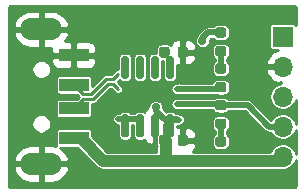
<source format=gtl>
%TF.GenerationSoftware,KiCad,Pcbnew,(5.1.6)-1*%
%TF.CreationDate,2020-07-02T16:49:34+08:00*%
%TF.ProjectId,usb-ttl,7573622d-7474-46c2-9e6b-696361645f70,rev?*%
%TF.SameCoordinates,Original*%
%TF.FileFunction,Copper,L1,Top*%
%TF.FilePolarity,Positive*%
%FSLAX46Y46*%
G04 Gerber Fmt 4.6, Leading zero omitted, Abs format (unit mm)*
G04 Created by KiCad (PCBNEW (5.1.6)-1) date 2020-07-02 16:49:34*
%MOMM*%
%LPD*%
G01*
G04 APERTURE LIST*
%TA.AperFunction,SMDPad,CuDef*%
%ADD10R,2.500000X1.100000*%
%TD*%
%TA.AperFunction,ComponentPad*%
%ADD11O,3.500000X1.900000*%
%TD*%
%TA.AperFunction,ComponentPad*%
%ADD12O,1.700000X1.700000*%
%TD*%
%TA.AperFunction,ComponentPad*%
%ADD13R,1.700000X1.700000*%
%TD*%
%TA.AperFunction,ViaPad*%
%ADD14C,0.700000*%
%TD*%
%TA.AperFunction,Conductor*%
%ADD15C,0.500000*%
%TD*%
%TA.AperFunction,Conductor*%
%ADD16C,1.000000*%
%TD*%
%TA.AperFunction,Conductor*%
%ADD17C,0.250000*%
%TD*%
%TA.AperFunction,Conductor*%
%ADD18C,0.280000*%
%TD*%
%TA.AperFunction,Conductor*%
%ADD19C,0.254000*%
%TD*%
G04 APERTURE END LIST*
D10*
%TO.P,J1,2*%
%TO.N,/D-*%
X105850000Y-93000000D03*
%TO.P,J1,3*%
%TO.N,/D+*%
X105850000Y-91000000D03*
%TO.P,J1,1*%
%TO.N,+5V*%
X105850000Y-95500000D03*
%TO.P,J1,4*%
%TO.N,GND*%
X105850000Y-88500000D03*
D11*
%TO.P,J1,5*%
X103100000Y-97700000D03*
X103100000Y-86300000D03*
%TD*%
D12*
%TO.P,J2,5*%
%TO.N,+5V*%
X123550000Y-97080000D03*
%TO.P,J2,4*%
%TO.N,/TXD*%
X123550000Y-94540000D03*
%TO.P,J2,3*%
%TO.N,/RXD*%
X123550000Y-92000000D03*
%TO.P,J2,2*%
%TO.N,GND*%
X123550000Y-89460000D03*
D13*
%TO.P,J2,1*%
%TO.N,/RTS*%
X123550000Y-86920000D03*
%TD*%
%TO.P,U1,8*%
%TO.N,Net-(C2-Pad1)*%
%TA.AperFunction,SMDPad,CuDef*%
G36*
G01*
X110345000Y-90500000D02*
X110045000Y-90500000D01*
G75*
G02*
X109895000Y-90350000I0J150000D01*
G01*
X109895000Y-88700000D01*
G75*
G02*
X110045000Y-88550000I150000J0D01*
G01*
X110345000Y-88550000D01*
G75*
G02*
X110495000Y-88700000I0J-150000D01*
G01*
X110495000Y-90350000D01*
G75*
G02*
X110345000Y-90500000I-150000J0D01*
G01*
G37*
%TD.AperFunction*%
%TO.P,U1,7*%
%TO.N,/RXD*%
%TA.AperFunction,SMDPad,CuDef*%
G36*
G01*
X111615000Y-90500000D02*
X111315000Y-90500000D01*
G75*
G02*
X111165000Y-90350000I0J150000D01*
G01*
X111165000Y-88700000D01*
G75*
G02*
X111315000Y-88550000I150000J0D01*
G01*
X111615000Y-88550000D01*
G75*
G02*
X111765000Y-88700000I0J-150000D01*
G01*
X111765000Y-90350000D01*
G75*
G02*
X111615000Y-90500000I-150000J0D01*
G01*
G37*
%TD.AperFunction*%
%TO.P,U1,6*%
%TO.N,/TXD*%
%TA.AperFunction,SMDPad,CuDef*%
G36*
G01*
X112885000Y-90500000D02*
X112585000Y-90500000D01*
G75*
G02*
X112435000Y-90350000I0J150000D01*
G01*
X112435000Y-88700000D01*
G75*
G02*
X112585000Y-88550000I150000J0D01*
G01*
X112885000Y-88550000D01*
G75*
G02*
X113035000Y-88700000I0J-150000D01*
G01*
X113035000Y-90350000D01*
G75*
G02*
X112885000Y-90500000I-150000J0D01*
G01*
G37*
%TD.AperFunction*%
%TO.P,U1,5*%
%TO.N,+5V*%
%TA.AperFunction,SMDPad,CuDef*%
G36*
G01*
X114155000Y-90500000D02*
X113855000Y-90500000D01*
G75*
G02*
X113705000Y-90350000I0J150000D01*
G01*
X113705000Y-88700000D01*
G75*
G02*
X113855000Y-88550000I150000J0D01*
G01*
X114155000Y-88550000D01*
G75*
G02*
X114305000Y-88700000I0J-150000D01*
G01*
X114305000Y-90350000D01*
G75*
G02*
X114155000Y-90500000I-150000J0D01*
G01*
G37*
%TD.AperFunction*%
%TO.P,U1,4*%
%TO.N,/RTS*%
%TA.AperFunction,SMDPad,CuDef*%
G36*
G01*
X114155000Y-95450000D02*
X113855000Y-95450000D01*
G75*
G02*
X113705000Y-95300000I0J150000D01*
G01*
X113705000Y-93650000D01*
G75*
G02*
X113855000Y-93500000I150000J0D01*
G01*
X114155000Y-93500000D01*
G75*
G02*
X114305000Y-93650000I0J-150000D01*
G01*
X114305000Y-95300000D01*
G75*
G02*
X114155000Y-95450000I-150000J0D01*
G01*
G37*
%TD.AperFunction*%
%TO.P,U1,3*%
%TO.N,GND*%
%TA.AperFunction,SMDPad,CuDef*%
G36*
G01*
X112885000Y-95450000D02*
X112585000Y-95450000D01*
G75*
G02*
X112435000Y-95300000I0J150000D01*
G01*
X112435000Y-93650000D01*
G75*
G02*
X112585000Y-93500000I150000J0D01*
G01*
X112885000Y-93500000D01*
G75*
G02*
X113035000Y-93650000I0J-150000D01*
G01*
X113035000Y-95300000D01*
G75*
G02*
X112885000Y-95450000I-150000J0D01*
G01*
G37*
%TD.AperFunction*%
%TO.P,U1,2*%
%TO.N,/D-*%
%TA.AperFunction,SMDPad,CuDef*%
G36*
G01*
X111615000Y-95450000D02*
X111315000Y-95450000D01*
G75*
G02*
X111165000Y-95300000I0J150000D01*
G01*
X111165000Y-93650000D01*
G75*
G02*
X111315000Y-93500000I150000J0D01*
G01*
X111615000Y-93500000D01*
G75*
G02*
X111765000Y-93650000I0J-150000D01*
G01*
X111765000Y-95300000D01*
G75*
G02*
X111615000Y-95450000I-150000J0D01*
G01*
G37*
%TD.AperFunction*%
%TO.P,U1,1*%
%TO.N,/D+*%
%TA.AperFunction,SMDPad,CuDef*%
G36*
G01*
X110345000Y-95450000D02*
X110045000Y-95450000D01*
G75*
G02*
X109895000Y-95300000I0J150000D01*
G01*
X109895000Y-93650000D01*
G75*
G02*
X110045000Y-93500000I150000J0D01*
G01*
X110345000Y-93500000D01*
G75*
G02*
X110495000Y-93650000I0J-150000D01*
G01*
X110495000Y-95300000D01*
G75*
G02*
X110345000Y-95450000I-150000J0D01*
G01*
G37*
%TD.AperFunction*%
%TD*%
%TO.P,R2,1*%
%TO.N,Net-(D2-Pad2)*%
%TA.AperFunction,SMDPad,CuDef*%
G36*
G01*
X118556250Y-88587500D02*
X118043750Y-88587500D01*
G75*
G02*
X117825000Y-88368750I0J218750D01*
G01*
X117825000Y-87931250D01*
G75*
G02*
X118043750Y-87712500I218750J0D01*
G01*
X118556250Y-87712500D01*
G75*
G02*
X118775000Y-87931250I0J-218750D01*
G01*
X118775000Y-88368750D01*
G75*
G02*
X118556250Y-88587500I-218750J0D01*
G01*
G37*
%TD.AperFunction*%
%TO.P,R2,2*%
%TO.N,+5V*%
%TA.AperFunction,SMDPad,CuDef*%
G36*
G01*
X118556250Y-87012500D02*
X118043750Y-87012500D01*
G75*
G02*
X117825000Y-86793750I0J218750D01*
G01*
X117825000Y-86356250D01*
G75*
G02*
X118043750Y-86137500I218750J0D01*
G01*
X118556250Y-86137500D01*
G75*
G02*
X118775000Y-86356250I0J-218750D01*
G01*
X118775000Y-86793750D01*
G75*
G02*
X118556250Y-87012500I-218750J0D01*
G01*
G37*
%TD.AperFunction*%
%TD*%
%TO.P,R1,1*%
%TO.N,+5V*%
%TA.AperFunction,SMDPad,CuDef*%
G36*
G01*
X118556250Y-97825000D02*
X118043750Y-97825000D01*
G75*
G02*
X117825000Y-97606250I0J218750D01*
G01*
X117825000Y-97168750D01*
G75*
G02*
X118043750Y-96950000I218750J0D01*
G01*
X118556250Y-96950000D01*
G75*
G02*
X118775000Y-97168750I0J-218750D01*
G01*
X118775000Y-97606250D01*
G75*
G02*
X118556250Y-97825000I-218750J0D01*
G01*
G37*
%TD.AperFunction*%
%TO.P,R1,2*%
%TO.N,Net-(D1-Pad1)*%
%TA.AperFunction,SMDPad,CuDef*%
G36*
G01*
X118556250Y-96250000D02*
X118043750Y-96250000D01*
G75*
G02*
X117825000Y-96031250I0J218750D01*
G01*
X117825000Y-95593750D01*
G75*
G02*
X118043750Y-95375000I218750J0D01*
G01*
X118556250Y-95375000D01*
G75*
G02*
X118775000Y-95593750I0J-218750D01*
G01*
X118775000Y-96031250D01*
G75*
G02*
X118556250Y-96250000I-218750J0D01*
G01*
G37*
%TD.AperFunction*%
%TD*%
%TO.P,D2,1*%
%TO.N,/RXD*%
%TA.AperFunction,SMDPad,CuDef*%
G36*
G01*
X118556250Y-91637500D02*
X118043750Y-91637500D01*
G75*
G02*
X117825000Y-91418750I0J218750D01*
G01*
X117825000Y-90981250D01*
G75*
G02*
X118043750Y-90762500I218750J0D01*
G01*
X118556250Y-90762500D01*
G75*
G02*
X118775000Y-90981250I0J-218750D01*
G01*
X118775000Y-91418750D01*
G75*
G02*
X118556250Y-91637500I-218750J0D01*
G01*
G37*
%TD.AperFunction*%
%TO.P,D2,2*%
%TO.N,Net-(D2-Pad2)*%
%TA.AperFunction,SMDPad,CuDef*%
G36*
G01*
X118556250Y-90062500D02*
X118043750Y-90062500D01*
G75*
G02*
X117825000Y-89843750I0J218750D01*
G01*
X117825000Y-89406250D01*
G75*
G02*
X118043750Y-89187500I218750J0D01*
G01*
X118556250Y-89187500D01*
G75*
G02*
X118775000Y-89406250I0J-218750D01*
G01*
X118775000Y-89843750D01*
G75*
G02*
X118556250Y-90062500I-218750J0D01*
G01*
G37*
%TD.AperFunction*%
%TD*%
%TO.P,D1,1*%
%TO.N,Net-(D1-Pad1)*%
%TA.AperFunction,SMDPad,CuDef*%
G36*
G01*
X118556250Y-94737500D02*
X118043750Y-94737500D01*
G75*
G02*
X117825000Y-94518750I0J218750D01*
G01*
X117825000Y-94081250D01*
G75*
G02*
X118043750Y-93862500I218750J0D01*
G01*
X118556250Y-93862500D01*
G75*
G02*
X118775000Y-94081250I0J-218750D01*
G01*
X118775000Y-94518750D01*
G75*
G02*
X118556250Y-94737500I-218750J0D01*
G01*
G37*
%TD.AperFunction*%
%TO.P,D1,2*%
%TO.N,/TXD*%
%TA.AperFunction,SMDPad,CuDef*%
G36*
G01*
X118556250Y-93162500D02*
X118043750Y-93162500D01*
G75*
G02*
X117825000Y-92943750I0J218750D01*
G01*
X117825000Y-92506250D01*
G75*
G02*
X118043750Y-92287500I218750J0D01*
G01*
X118556250Y-92287500D01*
G75*
G02*
X118775000Y-92506250I0J-218750D01*
G01*
X118775000Y-92943750D01*
G75*
G02*
X118556250Y-93162500I-218750J0D01*
G01*
G37*
%TD.AperFunction*%
%TD*%
%TO.P,C2,1*%
%TO.N,Net-(C2-Pad1)*%
%TA.AperFunction,SMDPad,CuDef*%
G36*
G01*
X113087500Y-88506250D02*
X113087500Y-87993750D01*
G75*
G02*
X113306250Y-87775000I218750J0D01*
G01*
X113743750Y-87775000D01*
G75*
G02*
X113962500Y-87993750I0J-218750D01*
G01*
X113962500Y-88506250D01*
G75*
G02*
X113743750Y-88725000I-218750J0D01*
G01*
X113306250Y-88725000D01*
G75*
G02*
X113087500Y-88506250I0J218750D01*
G01*
G37*
%TD.AperFunction*%
%TO.P,C2,2*%
%TO.N,GND*%
%TA.AperFunction,SMDPad,CuDef*%
G36*
G01*
X114662500Y-88506250D02*
X114662500Y-87993750D01*
G75*
G02*
X114881250Y-87775000I218750J0D01*
G01*
X115318750Y-87775000D01*
G75*
G02*
X115537500Y-87993750I0J-218750D01*
G01*
X115537500Y-88506250D01*
G75*
G02*
X115318750Y-88725000I-218750J0D01*
G01*
X114881250Y-88725000D01*
G75*
G02*
X114662500Y-88506250I0J218750D01*
G01*
G37*
%TD.AperFunction*%
%TD*%
%TO.P,C1,1*%
%TO.N,+5V*%
%TA.AperFunction,SMDPad,CuDef*%
G36*
G01*
X113087500Y-95956250D02*
X113087500Y-95443750D01*
G75*
G02*
X113306250Y-95225000I218750J0D01*
G01*
X113743750Y-95225000D01*
G75*
G02*
X113962500Y-95443750I0J-218750D01*
G01*
X113962500Y-95956250D01*
G75*
G02*
X113743750Y-96175000I-218750J0D01*
G01*
X113306250Y-96175000D01*
G75*
G02*
X113087500Y-95956250I0J218750D01*
G01*
G37*
%TD.AperFunction*%
%TO.P,C1,2*%
%TO.N,GND*%
%TA.AperFunction,SMDPad,CuDef*%
G36*
G01*
X114662500Y-95956250D02*
X114662500Y-95443750D01*
G75*
G02*
X114881250Y-95225000I218750J0D01*
G01*
X115318750Y-95225000D01*
G75*
G02*
X115537500Y-95443750I0J-218750D01*
G01*
X115537500Y-95956250D01*
G75*
G02*
X115318750Y-96175000I-218750J0D01*
G01*
X114881250Y-96175000D01*
G75*
G02*
X114662500Y-95956250I0J218750D01*
G01*
G37*
%TD.AperFunction*%
%TD*%
D14*
%TO.N,+5V*%
X112800000Y-92900000D03*
X116750000Y-87300000D03*
%TO.N,/RTS*%
X111500000Y-93900000D03*
%TD*%
D15*
%TO.N,GND*%
X115100000Y-95700000D02*
X115250000Y-95700000D01*
D16*
%TO.N,+5V*%
X106000000Y-95550000D02*
X106450000Y-95550000D01*
X106450000Y-95550000D02*
X108337500Y-97437500D01*
X123392500Y-97437500D02*
X123700000Y-97130000D01*
X118450000Y-97437500D02*
X123392500Y-97437500D01*
X113637500Y-97437500D02*
X113637500Y-96262500D01*
X113637500Y-97437500D02*
X118450000Y-97437500D01*
X108337500Y-97437500D02*
X113637500Y-97437500D01*
X113675000Y-96225000D02*
X113675000Y-95750000D01*
X113637500Y-96262500D02*
X113675000Y-96225000D01*
D15*
X113675000Y-94375000D02*
X113675000Y-95750000D01*
X114095000Y-93955000D02*
X113675000Y-94375000D01*
X114725000Y-93955000D02*
X114095000Y-93955000D01*
X118425000Y-86600000D02*
X118450000Y-86625000D01*
X114575000Y-93905000D02*
X113455000Y-93905000D01*
X113455000Y-93905000D02*
X112800000Y-93250000D01*
X112800000Y-93250000D02*
X112800000Y-92900000D01*
X118300000Y-86575000D02*
X117225000Y-86575000D01*
X117225000Y-86575000D02*
X116750000Y-87050000D01*
X116750000Y-87050000D02*
X116750000Y-87300000D01*
%TO.N,/TXD*%
X118210000Y-92635000D02*
X118300000Y-92725000D01*
X114575000Y-92635000D02*
X118210000Y-92635000D01*
X118300000Y-92725000D02*
X120575000Y-92725000D01*
X122390000Y-94540000D02*
X123550000Y-94540000D01*
X120575000Y-92725000D02*
X122390000Y-94540000D01*
%TO.N,Net-(D2-Pad2)*%
X118300000Y-89625000D02*
X118300000Y-88150000D01*
D17*
%TO.N,/RXD*%
X114740000Y-91200000D02*
X114575000Y-91365000D01*
D15*
X118135000Y-91365000D02*
X118300000Y-91200000D01*
X114575000Y-91365000D02*
X118135000Y-91365000D01*
D18*
%TO.N,/D+*%
X106634000Y-91784000D02*
X105850000Y-91000000D01*
X107310528Y-91784000D02*
X106634000Y-91784000D01*
X108580528Y-90514000D02*
X107310528Y-91784000D01*
X109206000Y-90514000D02*
X108580528Y-90514000D01*
X109625000Y-90095000D02*
X109206000Y-90514000D01*
%TO.N,/D-*%
X106634000Y-92216000D02*
X105850000Y-93000000D01*
X107489472Y-92216000D02*
X106634000Y-92216000D01*
X109625000Y-91365000D02*
X109206000Y-90946000D01*
X108759472Y-90946000D02*
X107489472Y-92216000D01*
X109206000Y-90946000D02*
X108759472Y-90946000D01*
D15*
%TO.N,/RTS*%
X109625000Y-93905000D02*
X111495000Y-93905000D01*
X111495000Y-93905000D02*
X111500000Y-93900000D01*
%TO.N,Net-(D1-Pad1)*%
X118300000Y-95812500D02*
X118300000Y-94300000D01*
%TD*%
D19*
%TO.N,GND*%
G36*
X124616870Y-84383130D02*
G01*
X124648001Y-84421063D01*
X124648001Y-85946362D01*
X124631431Y-85915363D01*
X124596816Y-85873184D01*
X124554637Y-85838569D01*
X124506516Y-85812847D01*
X124454301Y-85797008D01*
X124400000Y-85791660D01*
X122700000Y-85791660D01*
X122645699Y-85797008D01*
X122593484Y-85812847D01*
X122545363Y-85838569D01*
X122503184Y-85873184D01*
X122468569Y-85915363D01*
X122442847Y-85963484D01*
X122427008Y-86015699D01*
X122421660Y-86070000D01*
X122421660Y-87770000D01*
X122427008Y-87824301D01*
X122442847Y-87876516D01*
X122468569Y-87924637D01*
X122503184Y-87966816D01*
X122545363Y-88001431D01*
X122593484Y-88027153D01*
X122645699Y-88042992D01*
X122700000Y-88048340D01*
X123109042Y-88048340D01*
X122918748Y-88115843D01*
X122668645Y-88264822D01*
X122452412Y-88459731D01*
X122278359Y-88693080D01*
X122153175Y-88955901D01*
X122108524Y-89103110D01*
X122229845Y-89333000D01*
X123423000Y-89333000D01*
X123423000Y-89313000D01*
X123677000Y-89313000D01*
X123677000Y-89333000D01*
X123697000Y-89333000D01*
X123697000Y-89587000D01*
X123677000Y-89587000D01*
X123677000Y-89607000D01*
X123423000Y-89607000D01*
X123423000Y-89587000D01*
X122229845Y-89587000D01*
X122108524Y-89816890D01*
X122153175Y-89964099D01*
X122278359Y-90226920D01*
X122452412Y-90460269D01*
X122668645Y-90655178D01*
X122918748Y-90804157D01*
X123193109Y-90901481D01*
X123422998Y-90780815D01*
X123422998Y-90876183D01*
X123221266Y-90916310D01*
X123016165Y-91001266D01*
X122831579Y-91124602D01*
X122674602Y-91281579D01*
X122551266Y-91466165D01*
X122466310Y-91671266D01*
X122423000Y-91889000D01*
X122423000Y-92111000D01*
X122466310Y-92328734D01*
X122551266Y-92533835D01*
X122674602Y-92718421D01*
X122831579Y-92875398D01*
X123016165Y-92998734D01*
X123221266Y-93083690D01*
X123439000Y-93127000D01*
X123661000Y-93127000D01*
X123878734Y-93083690D01*
X124083835Y-92998734D01*
X124268421Y-92875398D01*
X124425398Y-92718421D01*
X124548734Y-92533835D01*
X124633690Y-92328734D01*
X124648000Y-92256790D01*
X124648000Y-94283209D01*
X124633690Y-94211266D01*
X124548734Y-94006165D01*
X124425398Y-93821579D01*
X124268421Y-93664602D01*
X124083835Y-93541266D01*
X123878734Y-93456310D01*
X123661000Y-93413000D01*
X123439000Y-93413000D01*
X123221266Y-93456310D01*
X123016165Y-93541266D01*
X122831579Y-93664602D01*
X122674602Y-93821579D01*
X122571369Y-93976078D01*
X120965955Y-92370666D01*
X120949448Y-92350552D01*
X120869202Y-92284696D01*
X120777650Y-92235761D01*
X120678310Y-92205626D01*
X120600881Y-92198000D01*
X120575000Y-92195451D01*
X120549119Y-92198000D01*
X118943236Y-92198000D01*
X118907746Y-92154754D01*
X118832418Y-92092935D01*
X118746478Y-92046999D01*
X118653227Y-92018711D01*
X118556250Y-92009160D01*
X118043750Y-92009160D01*
X117946773Y-92018711D01*
X117853522Y-92046999D01*
X117767582Y-92092935D01*
X117749225Y-92108000D01*
X114549119Y-92108000D01*
X114471690Y-92115626D01*
X114372350Y-92145761D01*
X114280798Y-92194696D01*
X114200552Y-92260552D01*
X114134696Y-92340798D01*
X114085761Y-92432350D01*
X114055626Y-92531690D01*
X114045451Y-92635000D01*
X114055626Y-92738310D01*
X114085761Y-92837650D01*
X114134696Y-92929202D01*
X114200552Y-93009448D01*
X114280798Y-93075304D01*
X114372350Y-93124239D01*
X114471690Y-93154374D01*
X114549119Y-93162000D01*
X117599477Y-93162000D01*
X117630435Y-93219918D01*
X117692254Y-93295246D01*
X117767582Y-93357065D01*
X117853522Y-93403001D01*
X117946773Y-93431289D01*
X118043750Y-93440840D01*
X118556250Y-93440840D01*
X118653227Y-93431289D01*
X118746478Y-93403001D01*
X118832418Y-93357065D01*
X118907746Y-93295246D01*
X118943236Y-93252000D01*
X120356711Y-93252000D01*
X121999053Y-94894344D01*
X122015552Y-94914448D01*
X122095798Y-94980304D01*
X122187350Y-95029239D01*
X122286690Y-95059374D01*
X122390000Y-95069549D01*
X122415881Y-95067000D01*
X122548435Y-95067000D01*
X122551266Y-95073835D01*
X122674602Y-95258421D01*
X122831579Y-95415398D01*
X123016165Y-95538734D01*
X123221266Y-95623690D01*
X123439000Y-95667000D01*
X123661000Y-95667000D01*
X123878734Y-95623690D01*
X124083835Y-95538734D01*
X124268421Y-95415398D01*
X124425398Y-95258421D01*
X124548734Y-95073835D01*
X124633690Y-94868734D01*
X124648000Y-94796791D01*
X124648000Y-96823208D01*
X124633690Y-96751266D01*
X124548734Y-96546165D01*
X124425398Y-96361579D01*
X124268421Y-96204602D01*
X124083835Y-96081266D01*
X123878734Y-95996310D01*
X123661000Y-95953000D01*
X123439000Y-95953000D01*
X123221266Y-95996310D01*
X123016165Y-96081266D01*
X122831579Y-96204602D01*
X122674602Y-96361579D01*
X122551266Y-96546165D01*
X122503907Y-96660500D01*
X115946872Y-96660500D01*
X115988685Y-96626185D01*
X116068037Y-96529494D01*
X116127002Y-96419180D01*
X116163312Y-96299482D01*
X116175572Y-96175000D01*
X116172500Y-95985750D01*
X116013750Y-95827000D01*
X115227000Y-95827000D01*
X115227000Y-95847000D01*
X114973000Y-95847000D01*
X114973000Y-95827000D01*
X114953000Y-95827000D01*
X114953000Y-95573000D01*
X114973000Y-95573000D01*
X114973000Y-94748750D01*
X115227000Y-94748750D01*
X115227000Y-95573000D01*
X116013750Y-95573000D01*
X116172500Y-95414250D01*
X116175572Y-95225000D01*
X116163312Y-95100518D01*
X116127002Y-94980820D01*
X116068037Y-94870506D01*
X115988685Y-94773815D01*
X115891994Y-94694463D01*
X115781680Y-94635498D01*
X115661982Y-94599188D01*
X115537500Y-94586928D01*
X115385750Y-94590000D01*
X115227000Y-94748750D01*
X114973000Y-94748750D01*
X114814250Y-94590000D01*
X114662500Y-94586928D01*
X114583340Y-94594724D01*
X114583340Y-94482000D01*
X114750881Y-94482000D01*
X114828310Y-94474374D01*
X114927650Y-94444239D01*
X115019202Y-94395304D01*
X115099448Y-94329448D01*
X115165304Y-94249202D01*
X115214239Y-94157650D01*
X115237415Y-94081250D01*
X117546660Y-94081250D01*
X117546660Y-94518750D01*
X117556211Y-94615727D01*
X117584499Y-94708978D01*
X117630435Y-94794918D01*
X117692254Y-94870246D01*
X117767582Y-94932065D01*
X117773001Y-94934961D01*
X117773000Y-95177539D01*
X117767582Y-95180435D01*
X117692254Y-95242254D01*
X117630435Y-95317582D01*
X117584499Y-95403522D01*
X117556211Y-95496773D01*
X117546660Y-95593750D01*
X117546660Y-96031250D01*
X117556211Y-96128227D01*
X117584499Y-96221478D01*
X117630435Y-96307418D01*
X117692254Y-96382746D01*
X117767582Y-96444565D01*
X117853522Y-96490501D01*
X117946773Y-96518789D01*
X118043750Y-96528340D01*
X118556250Y-96528340D01*
X118653227Y-96518789D01*
X118746478Y-96490501D01*
X118832418Y-96444565D01*
X118907746Y-96382746D01*
X118969565Y-96307418D01*
X119015501Y-96221478D01*
X119043789Y-96128227D01*
X119053340Y-96031250D01*
X119053340Y-95593750D01*
X119043789Y-95496773D01*
X119015501Y-95403522D01*
X118969565Y-95317582D01*
X118907746Y-95242254D01*
X118832418Y-95180435D01*
X118827000Y-95177539D01*
X118827000Y-94934961D01*
X118832418Y-94932065D01*
X118907746Y-94870246D01*
X118969565Y-94794918D01*
X119015501Y-94708978D01*
X119043789Y-94615727D01*
X119053340Y-94518750D01*
X119053340Y-94081250D01*
X119043789Y-93984273D01*
X119015501Y-93891022D01*
X118969565Y-93805082D01*
X118907746Y-93729754D01*
X118832418Y-93667935D01*
X118746478Y-93621999D01*
X118653227Y-93593711D01*
X118556250Y-93584160D01*
X118043750Y-93584160D01*
X117946773Y-93593711D01*
X117853522Y-93621999D01*
X117767582Y-93667935D01*
X117692254Y-93729754D01*
X117630435Y-93805082D01*
X117584499Y-93891022D01*
X117556211Y-93984273D01*
X117546660Y-94081250D01*
X115237415Y-94081250D01*
X115244374Y-94058310D01*
X115254549Y-93955000D01*
X115244374Y-93851690D01*
X115214239Y-93752350D01*
X115165304Y-93660798D01*
X115099448Y-93580552D01*
X115019202Y-93514696D01*
X114927650Y-93465761D01*
X114828310Y-93435626D01*
X114811767Y-93433997D01*
X114777650Y-93415761D01*
X114678310Y-93385626D01*
X114600881Y-93378000D01*
X114483226Y-93378000D01*
X114457882Y-93347118D01*
X114392973Y-93293848D01*
X114318919Y-93254265D01*
X114238565Y-93229890D01*
X114155000Y-93221660D01*
X113855000Y-93221660D01*
X113771435Y-93229890D01*
X113691081Y-93254265D01*
X113633385Y-93285104D01*
X113624502Y-93255820D01*
X113565537Y-93145506D01*
X113486185Y-93048815D01*
X113420418Y-92994842D01*
X113427000Y-92961754D01*
X113427000Y-92838246D01*
X113402905Y-92717111D01*
X113355640Y-92603004D01*
X113287023Y-92500311D01*
X113199689Y-92412977D01*
X113096996Y-92344360D01*
X112982889Y-92297095D01*
X112861754Y-92273000D01*
X112738246Y-92273000D01*
X112617111Y-92297095D01*
X112503004Y-92344360D01*
X112400311Y-92412977D01*
X112312977Y-92500311D01*
X112244360Y-92603004D01*
X112197095Y-92717111D01*
X112173000Y-92838246D01*
X112173000Y-92920023D01*
X112080506Y-92969463D01*
X111983815Y-93048815D01*
X111904463Y-93145506D01*
X111845498Y-93255820D01*
X111836615Y-93285104D01*
X111778919Y-93254265D01*
X111698565Y-93229890D01*
X111615000Y-93221660D01*
X111315000Y-93221660D01*
X111231435Y-93229890D01*
X111151081Y-93254265D01*
X111077027Y-93293848D01*
X111012118Y-93347118D01*
X110986774Y-93378000D01*
X110673226Y-93378000D01*
X110647882Y-93347118D01*
X110582973Y-93293848D01*
X110508919Y-93254265D01*
X110428565Y-93229890D01*
X110345000Y-93221660D01*
X110045000Y-93221660D01*
X109961435Y-93229890D01*
X109881081Y-93254265D01*
X109807027Y-93293848D01*
X109742118Y-93347118D01*
X109716774Y-93378000D01*
X109599119Y-93378000D01*
X109521690Y-93385626D01*
X109422350Y-93415761D01*
X109330798Y-93464696D01*
X109250552Y-93530552D01*
X109184696Y-93610798D01*
X109135761Y-93702350D01*
X109105626Y-93801690D01*
X109095451Y-93905000D01*
X109105626Y-94008310D01*
X109135761Y-94107650D01*
X109184696Y-94199202D01*
X109250552Y-94279448D01*
X109330798Y-94345304D01*
X109422350Y-94394239D01*
X109521690Y-94424374D01*
X109599119Y-94432000D01*
X109616660Y-94432000D01*
X109616660Y-95300000D01*
X109624890Y-95383565D01*
X109649265Y-95463919D01*
X109688848Y-95537973D01*
X109742118Y-95602882D01*
X109807027Y-95656152D01*
X109881081Y-95695735D01*
X109961435Y-95720110D01*
X110045000Y-95728340D01*
X110345000Y-95728340D01*
X110428565Y-95720110D01*
X110508919Y-95695735D01*
X110582973Y-95656152D01*
X110647882Y-95602882D01*
X110701152Y-95537973D01*
X110740735Y-95463919D01*
X110765110Y-95383565D01*
X110773340Y-95300000D01*
X110773340Y-94432000D01*
X110886660Y-94432000D01*
X110886660Y-95300000D01*
X110894890Y-95383565D01*
X110919265Y-95463919D01*
X110958848Y-95537973D01*
X111012118Y-95602882D01*
X111077027Y-95656152D01*
X111151081Y-95695735D01*
X111231435Y-95720110D01*
X111315000Y-95728340D01*
X111615000Y-95728340D01*
X111698565Y-95720110D01*
X111778919Y-95695735D01*
X111836615Y-95664896D01*
X111845498Y-95694180D01*
X111904463Y-95804494D01*
X111983815Y-95901185D01*
X112080506Y-95980537D01*
X112190820Y-96039502D01*
X112310518Y-96075812D01*
X112435000Y-96088072D01*
X112449250Y-96085000D01*
X112608000Y-95926250D01*
X112608000Y-94602000D01*
X112588000Y-94602000D01*
X112588000Y-94348000D01*
X112608000Y-94348000D01*
X112608000Y-94328000D01*
X112862000Y-94328000D01*
X112862000Y-94348000D01*
X112882000Y-94348000D01*
X112882000Y-94602000D01*
X112862000Y-94602000D01*
X112862000Y-95225457D01*
X112846999Y-95253522D01*
X112818711Y-95346773D01*
X112809160Y-95443750D01*
X112809160Y-95956250D01*
X112818711Y-96053227D01*
X112846999Y-96146478D01*
X112864875Y-96179921D01*
X112856741Y-96262500D01*
X112860501Y-96300673D01*
X112860501Y-96660500D01*
X108659344Y-96660500D01*
X107378340Y-95379497D01*
X107378340Y-94950000D01*
X107372992Y-94895699D01*
X107357153Y-94843484D01*
X107331431Y-94795363D01*
X107296816Y-94753184D01*
X107254637Y-94718569D01*
X107206516Y-94692847D01*
X107154301Y-94677008D01*
X107100000Y-94671660D01*
X104600000Y-94671660D01*
X104545699Y-94677008D01*
X104493484Y-94692847D01*
X104445363Y-94718569D01*
X104403184Y-94753184D01*
X104368569Y-94795363D01*
X104342847Y-94843484D01*
X104327008Y-94895699D01*
X104321660Y-94950000D01*
X104321660Y-96050000D01*
X104327008Y-96104301D01*
X104342847Y-96156516D01*
X104354540Y-96178392D01*
X104333778Y-96170232D01*
X104027000Y-96115000D01*
X103227000Y-96115000D01*
X103227000Y-97573000D01*
X105320584Y-97573000D01*
X105440586Y-97327412D01*
X105412949Y-97210779D01*
X105288436Y-96925017D01*
X105110566Y-96669038D01*
X104886175Y-96452678D01*
X104692544Y-96328340D01*
X106129497Y-96328340D01*
X107761092Y-97959936D01*
X107785420Y-97989580D01*
X107815064Y-98013908D01*
X107815065Y-98013909D01*
X107903733Y-98086677D01*
X108038716Y-98158827D01*
X108185181Y-98203257D01*
X108299334Y-98214500D01*
X108299343Y-98214500D01*
X108337499Y-98218258D01*
X108375655Y-98214500D01*
X113599334Y-98214500D01*
X113637500Y-98218259D01*
X113675666Y-98214500D01*
X123354337Y-98214500D01*
X123392500Y-98218259D01*
X123430663Y-98214500D01*
X123430666Y-98214500D01*
X123506815Y-98207000D01*
X123661000Y-98207000D01*
X123878734Y-98163690D01*
X124083835Y-98078734D01*
X124268421Y-97955398D01*
X124425398Y-97798421D01*
X124548734Y-97613835D01*
X124633690Y-97408734D01*
X124648000Y-97336792D01*
X124648000Y-99578938D01*
X124616870Y-99616870D01*
X124578938Y-99648000D01*
X100421062Y-99648000D01*
X100383130Y-99616870D01*
X100352000Y-99578938D01*
X100352000Y-98072588D01*
X100759414Y-98072588D01*
X100787051Y-98189221D01*
X100911564Y-98474983D01*
X101089434Y-98730962D01*
X101313825Y-98947322D01*
X101576114Y-99115748D01*
X101866222Y-99229768D01*
X102173000Y-99285000D01*
X102973000Y-99285000D01*
X102973000Y-97827000D01*
X103227000Y-97827000D01*
X103227000Y-99285000D01*
X104027000Y-99285000D01*
X104333778Y-99229768D01*
X104623886Y-99115748D01*
X104886175Y-98947322D01*
X105110566Y-98730962D01*
X105288436Y-98474983D01*
X105412949Y-98189221D01*
X105440586Y-98072588D01*
X105320584Y-97827000D01*
X103227000Y-97827000D01*
X102973000Y-97827000D01*
X100879416Y-97827000D01*
X100759414Y-98072588D01*
X100352000Y-98072588D01*
X100352000Y-97327412D01*
X100759414Y-97327412D01*
X100879416Y-97573000D01*
X102973000Y-97573000D01*
X102973000Y-96115000D01*
X102173000Y-96115000D01*
X101866222Y-96170232D01*
X101576114Y-96284252D01*
X101313825Y-96452678D01*
X101089434Y-96669038D01*
X100911564Y-96925017D01*
X100787051Y-97210779D01*
X100759414Y-97327412D01*
X100352000Y-97327412D01*
X100352000Y-94218548D01*
X102273000Y-94218548D01*
X102273000Y-94381452D01*
X102304782Y-94541227D01*
X102367123Y-94691731D01*
X102457628Y-94827181D01*
X102572819Y-94942372D01*
X102708269Y-95032877D01*
X102858773Y-95095218D01*
X103018548Y-95127000D01*
X103181452Y-95127000D01*
X103341227Y-95095218D01*
X103491731Y-95032877D01*
X103627181Y-94942372D01*
X103742372Y-94827181D01*
X103832877Y-94691731D01*
X103895218Y-94541227D01*
X103927000Y-94381452D01*
X103927000Y-94218548D01*
X103895218Y-94058773D01*
X103832877Y-93908269D01*
X103742372Y-93772819D01*
X103627181Y-93657628D01*
X103491731Y-93567123D01*
X103341227Y-93504782D01*
X103181452Y-93473000D01*
X103018548Y-93473000D01*
X102858773Y-93504782D01*
X102708269Y-93567123D01*
X102572819Y-93657628D01*
X102457628Y-93772819D01*
X102367123Y-93908269D01*
X102304782Y-94058773D01*
X102273000Y-94218548D01*
X100352000Y-94218548D01*
X100352000Y-89618548D01*
X102273000Y-89618548D01*
X102273000Y-89781452D01*
X102304782Y-89941227D01*
X102367123Y-90091731D01*
X102457628Y-90227181D01*
X102572819Y-90342372D01*
X102708269Y-90432877D01*
X102858773Y-90495218D01*
X103018548Y-90527000D01*
X103181452Y-90527000D01*
X103341227Y-90495218D01*
X103450392Y-90450000D01*
X104321660Y-90450000D01*
X104321660Y-91550000D01*
X104327008Y-91604301D01*
X104342847Y-91656516D01*
X104368569Y-91704637D01*
X104403184Y-91746816D01*
X104445363Y-91781431D01*
X104493484Y-91807153D01*
X104545699Y-91822992D01*
X104600000Y-91828340D01*
X106088613Y-91828340D01*
X106260273Y-92000000D01*
X106088613Y-92171660D01*
X104600000Y-92171660D01*
X104545699Y-92177008D01*
X104493484Y-92192847D01*
X104445363Y-92218569D01*
X104403184Y-92253184D01*
X104368569Y-92295363D01*
X104342847Y-92343484D01*
X104327008Y-92395699D01*
X104321660Y-92450000D01*
X104321660Y-93550000D01*
X104327008Y-93604301D01*
X104342847Y-93656516D01*
X104368569Y-93704637D01*
X104403184Y-93746816D01*
X104445363Y-93781431D01*
X104493484Y-93807153D01*
X104545699Y-93822992D01*
X104600000Y-93828340D01*
X107100000Y-93828340D01*
X107154301Y-93822992D01*
X107206516Y-93807153D01*
X107254637Y-93781431D01*
X107296816Y-93746816D01*
X107331431Y-93704637D01*
X107357153Y-93656516D01*
X107372992Y-93604301D01*
X107378340Y-93550000D01*
X107378340Y-92633000D01*
X107468995Y-92633000D01*
X107489472Y-92635017D01*
X107509949Y-92633000D01*
X107509952Y-92633000D01*
X107571218Y-92626966D01*
X107649823Y-92603121D01*
X107722265Y-92564400D01*
X107785762Y-92512290D01*
X107798823Y-92496375D01*
X108932199Y-91363000D01*
X109033274Y-91363000D01*
X109344617Y-91674344D01*
X109392205Y-91713399D01*
X109464649Y-91752120D01*
X109543253Y-91775965D01*
X109624999Y-91784016D01*
X109706746Y-91775965D01*
X109785350Y-91752120D01*
X109857793Y-91713399D01*
X109921289Y-91661289D01*
X109973399Y-91597793D01*
X110012120Y-91525350D01*
X110035965Y-91446746D01*
X110044015Y-91365000D01*
X114045451Y-91365000D01*
X114055626Y-91468310D01*
X114085761Y-91567650D01*
X114134696Y-91659202D01*
X114200552Y-91739448D01*
X114280798Y-91805304D01*
X114372350Y-91854239D01*
X114471690Y-91884374D01*
X114549119Y-91892000D01*
X117899670Y-91892000D01*
X117946773Y-91906289D01*
X118043750Y-91915840D01*
X118556250Y-91915840D01*
X118653227Y-91906289D01*
X118746478Y-91878001D01*
X118832418Y-91832065D01*
X118907746Y-91770246D01*
X118969565Y-91694918D01*
X119015501Y-91608978D01*
X119043789Y-91515727D01*
X119053340Y-91418750D01*
X119053340Y-90981250D01*
X119043789Y-90884273D01*
X119015501Y-90791022D01*
X118969565Y-90705082D01*
X118907746Y-90629754D01*
X118832418Y-90567935D01*
X118746478Y-90521999D01*
X118653227Y-90493711D01*
X118556250Y-90484160D01*
X118043750Y-90484160D01*
X117946773Y-90493711D01*
X117853522Y-90521999D01*
X117767582Y-90567935D01*
X117692254Y-90629754D01*
X117630435Y-90705082D01*
X117584499Y-90791022D01*
X117570248Y-90838000D01*
X114915529Y-90838000D01*
X114894583Y-90826804D01*
X114818805Y-90803817D01*
X114739999Y-90796056D01*
X114661194Y-90803817D01*
X114585416Y-90826804D01*
X114564471Y-90838000D01*
X114549119Y-90838000D01*
X114471690Y-90845626D01*
X114372350Y-90875761D01*
X114280798Y-90924696D01*
X114200552Y-90990552D01*
X114134696Y-91070798D01*
X114085761Y-91162350D01*
X114055626Y-91261690D01*
X114045451Y-91365000D01*
X110044015Y-91365000D01*
X110044016Y-91364999D01*
X110035965Y-91283253D01*
X110012120Y-91204649D01*
X109973399Y-91132205D01*
X109934344Y-91084617D01*
X109579726Y-90730000D01*
X109703680Y-90606046D01*
X109742118Y-90652882D01*
X109807027Y-90706152D01*
X109881081Y-90745735D01*
X109961435Y-90770110D01*
X110045000Y-90778340D01*
X110345000Y-90778340D01*
X110428565Y-90770110D01*
X110508919Y-90745735D01*
X110582973Y-90706152D01*
X110647882Y-90652882D01*
X110701152Y-90587973D01*
X110740735Y-90513919D01*
X110765110Y-90433565D01*
X110773340Y-90350000D01*
X110773340Y-88700000D01*
X110886660Y-88700000D01*
X110886660Y-90350000D01*
X110894890Y-90433565D01*
X110919265Y-90513919D01*
X110958848Y-90587973D01*
X111012118Y-90652882D01*
X111077027Y-90706152D01*
X111151081Y-90745735D01*
X111231435Y-90770110D01*
X111315000Y-90778340D01*
X111615000Y-90778340D01*
X111698565Y-90770110D01*
X111778919Y-90745735D01*
X111852973Y-90706152D01*
X111917882Y-90652882D01*
X111971152Y-90587973D01*
X112010735Y-90513919D01*
X112035110Y-90433565D01*
X112043340Y-90350000D01*
X112043340Y-88700000D01*
X112156660Y-88700000D01*
X112156660Y-90350000D01*
X112164890Y-90433565D01*
X112189265Y-90513919D01*
X112228848Y-90587973D01*
X112282118Y-90652882D01*
X112347027Y-90706152D01*
X112421081Y-90745735D01*
X112501435Y-90770110D01*
X112585000Y-90778340D01*
X112885000Y-90778340D01*
X112968565Y-90770110D01*
X113048919Y-90745735D01*
X113122973Y-90706152D01*
X113187882Y-90652882D01*
X113241152Y-90587973D01*
X113280735Y-90513919D01*
X113305110Y-90433565D01*
X113313340Y-90350000D01*
X113313340Y-89003340D01*
X113426660Y-89003340D01*
X113426660Y-90350000D01*
X113434890Y-90433565D01*
X113459265Y-90513919D01*
X113498848Y-90587973D01*
X113552118Y-90652882D01*
X113617027Y-90706152D01*
X113691081Y-90745735D01*
X113771435Y-90770110D01*
X113855000Y-90778340D01*
X114155000Y-90778340D01*
X114238565Y-90770110D01*
X114318919Y-90745735D01*
X114392973Y-90706152D01*
X114457882Y-90652882D01*
X114511152Y-90587973D01*
X114550735Y-90513919D01*
X114575110Y-90433565D01*
X114583340Y-90350000D01*
X114583340Y-89355276D01*
X114662500Y-89363072D01*
X114814250Y-89360000D01*
X114973000Y-89201250D01*
X114973000Y-88377000D01*
X115227000Y-88377000D01*
X115227000Y-89201250D01*
X115385750Y-89360000D01*
X115537500Y-89363072D01*
X115661982Y-89350812D01*
X115781680Y-89314502D01*
X115891994Y-89255537D01*
X115988685Y-89176185D01*
X116068037Y-89079494D01*
X116127002Y-88969180D01*
X116163312Y-88849482D01*
X116175572Y-88725000D01*
X116172500Y-88535750D01*
X116013750Y-88377000D01*
X115227000Y-88377000D01*
X114973000Y-88377000D01*
X114953000Y-88377000D01*
X114953000Y-88123000D01*
X114973000Y-88123000D01*
X114973000Y-87298750D01*
X115227000Y-87298750D01*
X115227000Y-88123000D01*
X116013750Y-88123000D01*
X116172500Y-87964250D01*
X116173035Y-87931250D01*
X117546660Y-87931250D01*
X117546660Y-88368750D01*
X117556211Y-88465727D01*
X117584499Y-88558978D01*
X117630435Y-88644918D01*
X117692254Y-88720246D01*
X117767582Y-88782065D01*
X117773001Y-88784961D01*
X117773000Y-88990039D01*
X117767582Y-88992935D01*
X117692254Y-89054754D01*
X117630435Y-89130082D01*
X117584499Y-89216022D01*
X117556211Y-89309273D01*
X117546660Y-89406250D01*
X117546660Y-89843750D01*
X117556211Y-89940727D01*
X117584499Y-90033978D01*
X117630435Y-90119918D01*
X117692254Y-90195246D01*
X117767582Y-90257065D01*
X117853522Y-90303001D01*
X117946773Y-90331289D01*
X118043750Y-90340840D01*
X118556250Y-90340840D01*
X118653227Y-90331289D01*
X118746478Y-90303001D01*
X118832418Y-90257065D01*
X118907746Y-90195246D01*
X118969565Y-90119918D01*
X119015501Y-90033978D01*
X119043789Y-89940727D01*
X119053340Y-89843750D01*
X119053340Y-89406250D01*
X119043789Y-89309273D01*
X119015501Y-89216022D01*
X118969565Y-89130082D01*
X118907746Y-89054754D01*
X118832418Y-88992935D01*
X118827000Y-88990039D01*
X118827000Y-88784961D01*
X118832418Y-88782065D01*
X118907746Y-88720246D01*
X118969565Y-88644918D01*
X119015501Y-88558978D01*
X119043789Y-88465727D01*
X119053340Y-88368750D01*
X119053340Y-87931250D01*
X119043789Y-87834273D01*
X119015501Y-87741022D01*
X118969565Y-87655082D01*
X118907746Y-87579754D01*
X118832418Y-87517935D01*
X118746478Y-87471999D01*
X118653227Y-87443711D01*
X118556250Y-87434160D01*
X118043750Y-87434160D01*
X117946773Y-87443711D01*
X117853522Y-87471999D01*
X117767582Y-87517935D01*
X117692254Y-87579754D01*
X117630435Y-87655082D01*
X117584499Y-87741022D01*
X117556211Y-87834273D01*
X117546660Y-87931250D01*
X116173035Y-87931250D01*
X116175572Y-87775000D01*
X116163312Y-87650518D01*
X116127002Y-87530820D01*
X116068037Y-87420506D01*
X115988685Y-87323815D01*
X115891994Y-87244463D01*
X115880363Y-87238246D01*
X116123000Y-87238246D01*
X116123000Y-87361754D01*
X116147095Y-87482889D01*
X116194360Y-87596996D01*
X116262977Y-87699689D01*
X116350311Y-87787023D01*
X116453004Y-87855640D01*
X116567111Y-87902905D01*
X116688246Y-87927000D01*
X116811754Y-87927000D01*
X116932889Y-87902905D01*
X117046996Y-87855640D01*
X117149689Y-87787023D01*
X117237023Y-87699689D01*
X117305640Y-87596996D01*
X117352905Y-87482889D01*
X117377000Y-87361754D01*
X117377000Y-87238246D01*
X117365394Y-87179896D01*
X117443290Y-87102000D01*
X117656764Y-87102000D01*
X117692254Y-87145246D01*
X117767582Y-87207065D01*
X117853522Y-87253001D01*
X117946773Y-87281289D01*
X118043750Y-87290840D01*
X118556250Y-87290840D01*
X118653227Y-87281289D01*
X118746478Y-87253001D01*
X118832418Y-87207065D01*
X118907746Y-87145246D01*
X118969565Y-87069918D01*
X119015501Y-86983978D01*
X119043789Y-86890727D01*
X119053340Y-86793750D01*
X119053340Y-86356250D01*
X119043789Y-86259273D01*
X119015501Y-86166022D01*
X118969565Y-86080082D01*
X118907746Y-86004754D01*
X118832418Y-85942935D01*
X118746478Y-85896999D01*
X118653227Y-85868711D01*
X118556250Y-85859160D01*
X118043750Y-85859160D01*
X117946773Y-85868711D01*
X117853522Y-85896999D01*
X117767582Y-85942935D01*
X117692254Y-86004754D01*
X117656764Y-86048000D01*
X117250877Y-86048000D01*
X117224999Y-86045451D01*
X117199121Y-86048000D01*
X117199119Y-86048000D01*
X117121690Y-86055626D01*
X117022350Y-86085761D01*
X116930798Y-86134696D01*
X116850552Y-86200552D01*
X116834049Y-86220661D01*
X116395666Y-86659045D01*
X116375552Y-86675552D01*
X116309696Y-86755798D01*
X116289411Y-86793750D01*
X116260761Y-86847351D01*
X116230626Y-86946691D01*
X116230391Y-86949080D01*
X116194360Y-87003004D01*
X116147095Y-87117111D01*
X116123000Y-87238246D01*
X115880363Y-87238246D01*
X115781680Y-87185498D01*
X115661982Y-87149188D01*
X115537500Y-87136928D01*
X115385750Y-87140000D01*
X115227000Y-87298750D01*
X114973000Y-87298750D01*
X114814250Y-87140000D01*
X114662500Y-87136928D01*
X114538018Y-87149188D01*
X114418320Y-87185498D01*
X114308006Y-87244463D01*
X114211315Y-87323815D01*
X114131963Y-87420506D01*
X114072998Y-87530820D01*
X114050367Y-87605424D01*
X114019918Y-87580435D01*
X113933978Y-87534499D01*
X113840727Y-87506211D01*
X113743750Y-87496660D01*
X113306250Y-87496660D01*
X113209273Y-87506211D01*
X113116022Y-87534499D01*
X113030082Y-87580435D01*
X112954754Y-87642254D01*
X112892935Y-87717582D01*
X112846999Y-87803522D01*
X112818711Y-87896773D01*
X112809160Y-87993750D01*
X112809160Y-88271660D01*
X112585000Y-88271660D01*
X112501435Y-88279890D01*
X112421081Y-88304265D01*
X112347027Y-88343848D01*
X112282118Y-88397118D01*
X112228848Y-88462027D01*
X112189265Y-88536081D01*
X112164890Y-88616435D01*
X112156660Y-88700000D01*
X112043340Y-88700000D01*
X112035110Y-88616435D01*
X112010735Y-88536081D01*
X111971152Y-88462027D01*
X111917882Y-88397118D01*
X111852973Y-88343848D01*
X111778919Y-88304265D01*
X111698565Y-88279890D01*
X111615000Y-88271660D01*
X111315000Y-88271660D01*
X111231435Y-88279890D01*
X111151081Y-88304265D01*
X111077027Y-88343848D01*
X111012118Y-88397118D01*
X110958848Y-88462027D01*
X110919265Y-88536081D01*
X110894890Y-88616435D01*
X110886660Y-88700000D01*
X110773340Y-88700000D01*
X110765110Y-88616435D01*
X110740735Y-88536081D01*
X110701152Y-88462027D01*
X110647882Y-88397118D01*
X110582973Y-88343848D01*
X110508919Y-88304265D01*
X110428565Y-88279890D01*
X110345000Y-88271660D01*
X110045000Y-88271660D01*
X109961435Y-88279890D01*
X109881081Y-88304265D01*
X109807027Y-88343848D01*
X109742118Y-88397118D01*
X109688848Y-88462027D01*
X109649265Y-88536081D01*
X109624890Y-88616435D01*
X109616660Y-88700000D01*
X109616660Y-89676805D01*
X109543253Y-89684035D01*
X109464649Y-89707880D01*
X109392205Y-89746601D01*
X109344617Y-89785656D01*
X109033274Y-90097000D01*
X108601004Y-90097000D01*
X108580527Y-90094983D01*
X108560050Y-90097000D01*
X108560048Y-90097000D01*
X108498782Y-90103034D01*
X108420177Y-90126879D01*
X108347735Y-90165600D01*
X108284238Y-90217710D01*
X108271182Y-90233619D01*
X107378340Y-91126462D01*
X107378340Y-90450000D01*
X107372992Y-90395699D01*
X107357153Y-90343484D01*
X107331431Y-90295363D01*
X107296816Y-90253184D01*
X107254637Y-90218569D01*
X107206516Y-90192847D01*
X107154301Y-90177008D01*
X107100000Y-90171660D01*
X104600000Y-90171660D01*
X104545699Y-90177008D01*
X104493484Y-90192847D01*
X104445363Y-90218569D01*
X104403184Y-90253184D01*
X104368569Y-90295363D01*
X104342847Y-90343484D01*
X104327008Y-90395699D01*
X104321660Y-90450000D01*
X103450392Y-90450000D01*
X103491731Y-90432877D01*
X103627181Y-90342372D01*
X103742372Y-90227181D01*
X103832877Y-90091731D01*
X103895218Y-89941227D01*
X103927000Y-89781452D01*
X103927000Y-89618548D01*
X103895218Y-89458773D01*
X103832877Y-89308269D01*
X103742372Y-89172819D01*
X103627181Y-89057628D01*
X103615765Y-89050000D01*
X103961928Y-89050000D01*
X103974188Y-89174482D01*
X104010498Y-89294180D01*
X104069463Y-89404494D01*
X104148815Y-89501185D01*
X104245506Y-89580537D01*
X104355820Y-89639502D01*
X104475518Y-89675812D01*
X104600000Y-89688072D01*
X105564250Y-89685000D01*
X105723000Y-89526250D01*
X105723000Y-88627000D01*
X105977000Y-88627000D01*
X105977000Y-89526250D01*
X106135750Y-89685000D01*
X107100000Y-89688072D01*
X107224482Y-89675812D01*
X107344180Y-89639502D01*
X107454494Y-89580537D01*
X107551185Y-89501185D01*
X107630537Y-89404494D01*
X107689502Y-89294180D01*
X107725812Y-89174482D01*
X107738072Y-89050000D01*
X107735000Y-88785750D01*
X107576250Y-88627000D01*
X105977000Y-88627000D01*
X105723000Y-88627000D01*
X104123750Y-88627000D01*
X103965000Y-88785750D01*
X103961928Y-89050000D01*
X103615765Y-89050000D01*
X103491731Y-88967123D01*
X103341227Y-88904782D01*
X103181452Y-88873000D01*
X103018548Y-88873000D01*
X102858773Y-88904782D01*
X102708269Y-88967123D01*
X102572819Y-89057628D01*
X102457628Y-89172819D01*
X102367123Y-89308269D01*
X102304782Y-89458773D01*
X102273000Y-89618548D01*
X100352000Y-89618548D01*
X100352000Y-86672588D01*
X100759414Y-86672588D01*
X100787051Y-86789221D01*
X100911564Y-87074983D01*
X101089434Y-87330962D01*
X101313825Y-87547322D01*
X101576114Y-87715748D01*
X101866222Y-87829768D01*
X102173000Y-87885000D01*
X102973000Y-87885000D01*
X102973000Y-86427000D01*
X103227000Y-86427000D01*
X103227000Y-87885000D01*
X103968330Y-87885000D01*
X103961928Y-87950000D01*
X103965000Y-88214250D01*
X104123750Y-88373000D01*
X105723000Y-88373000D01*
X105723000Y-87473750D01*
X105977000Y-87473750D01*
X105977000Y-88373000D01*
X107576250Y-88373000D01*
X107735000Y-88214250D01*
X107738072Y-87950000D01*
X107725812Y-87825518D01*
X107689502Y-87705820D01*
X107630537Y-87595506D01*
X107551185Y-87498815D01*
X107454494Y-87419463D01*
X107344180Y-87360498D01*
X107224482Y-87324188D01*
X107100000Y-87311928D01*
X106135750Y-87315000D01*
X105977000Y-87473750D01*
X105723000Y-87473750D01*
X105564250Y-87315000D01*
X105122635Y-87313593D01*
X105288436Y-87074983D01*
X105412949Y-86789221D01*
X105440586Y-86672588D01*
X105320584Y-86427000D01*
X103227000Y-86427000D01*
X102973000Y-86427000D01*
X100879416Y-86427000D01*
X100759414Y-86672588D01*
X100352000Y-86672588D01*
X100352000Y-85927412D01*
X100759414Y-85927412D01*
X100879416Y-86173000D01*
X102973000Y-86173000D01*
X102973000Y-84715000D01*
X103227000Y-84715000D01*
X103227000Y-86173000D01*
X105320584Y-86173000D01*
X105440586Y-85927412D01*
X105412949Y-85810779D01*
X105288436Y-85525017D01*
X105110566Y-85269038D01*
X104886175Y-85052678D01*
X104623886Y-84884252D01*
X104333778Y-84770232D01*
X104027000Y-84715000D01*
X103227000Y-84715000D01*
X102973000Y-84715000D01*
X102173000Y-84715000D01*
X101866222Y-84770232D01*
X101576114Y-84884252D01*
X101313825Y-85052678D01*
X101089434Y-85269038D01*
X100911564Y-85525017D01*
X100787051Y-85810779D01*
X100759414Y-85927412D01*
X100352000Y-85927412D01*
X100352000Y-84421062D01*
X100383130Y-84383130D01*
X100421062Y-84352000D01*
X124578938Y-84352000D01*
X124616870Y-84383130D01*
G37*
X124616870Y-84383130D02*
X124648001Y-84421063D01*
X124648001Y-85946362D01*
X124631431Y-85915363D01*
X124596816Y-85873184D01*
X124554637Y-85838569D01*
X124506516Y-85812847D01*
X124454301Y-85797008D01*
X124400000Y-85791660D01*
X122700000Y-85791660D01*
X122645699Y-85797008D01*
X122593484Y-85812847D01*
X122545363Y-85838569D01*
X122503184Y-85873184D01*
X122468569Y-85915363D01*
X122442847Y-85963484D01*
X122427008Y-86015699D01*
X122421660Y-86070000D01*
X122421660Y-87770000D01*
X122427008Y-87824301D01*
X122442847Y-87876516D01*
X122468569Y-87924637D01*
X122503184Y-87966816D01*
X122545363Y-88001431D01*
X122593484Y-88027153D01*
X122645699Y-88042992D01*
X122700000Y-88048340D01*
X123109042Y-88048340D01*
X122918748Y-88115843D01*
X122668645Y-88264822D01*
X122452412Y-88459731D01*
X122278359Y-88693080D01*
X122153175Y-88955901D01*
X122108524Y-89103110D01*
X122229845Y-89333000D01*
X123423000Y-89333000D01*
X123423000Y-89313000D01*
X123677000Y-89313000D01*
X123677000Y-89333000D01*
X123697000Y-89333000D01*
X123697000Y-89587000D01*
X123677000Y-89587000D01*
X123677000Y-89607000D01*
X123423000Y-89607000D01*
X123423000Y-89587000D01*
X122229845Y-89587000D01*
X122108524Y-89816890D01*
X122153175Y-89964099D01*
X122278359Y-90226920D01*
X122452412Y-90460269D01*
X122668645Y-90655178D01*
X122918748Y-90804157D01*
X123193109Y-90901481D01*
X123422998Y-90780815D01*
X123422998Y-90876183D01*
X123221266Y-90916310D01*
X123016165Y-91001266D01*
X122831579Y-91124602D01*
X122674602Y-91281579D01*
X122551266Y-91466165D01*
X122466310Y-91671266D01*
X122423000Y-91889000D01*
X122423000Y-92111000D01*
X122466310Y-92328734D01*
X122551266Y-92533835D01*
X122674602Y-92718421D01*
X122831579Y-92875398D01*
X123016165Y-92998734D01*
X123221266Y-93083690D01*
X123439000Y-93127000D01*
X123661000Y-93127000D01*
X123878734Y-93083690D01*
X124083835Y-92998734D01*
X124268421Y-92875398D01*
X124425398Y-92718421D01*
X124548734Y-92533835D01*
X124633690Y-92328734D01*
X124648000Y-92256790D01*
X124648000Y-94283209D01*
X124633690Y-94211266D01*
X124548734Y-94006165D01*
X124425398Y-93821579D01*
X124268421Y-93664602D01*
X124083835Y-93541266D01*
X123878734Y-93456310D01*
X123661000Y-93413000D01*
X123439000Y-93413000D01*
X123221266Y-93456310D01*
X123016165Y-93541266D01*
X122831579Y-93664602D01*
X122674602Y-93821579D01*
X122571369Y-93976078D01*
X120965955Y-92370666D01*
X120949448Y-92350552D01*
X120869202Y-92284696D01*
X120777650Y-92235761D01*
X120678310Y-92205626D01*
X120600881Y-92198000D01*
X120575000Y-92195451D01*
X120549119Y-92198000D01*
X118943236Y-92198000D01*
X118907746Y-92154754D01*
X118832418Y-92092935D01*
X118746478Y-92046999D01*
X118653227Y-92018711D01*
X118556250Y-92009160D01*
X118043750Y-92009160D01*
X117946773Y-92018711D01*
X117853522Y-92046999D01*
X117767582Y-92092935D01*
X117749225Y-92108000D01*
X114549119Y-92108000D01*
X114471690Y-92115626D01*
X114372350Y-92145761D01*
X114280798Y-92194696D01*
X114200552Y-92260552D01*
X114134696Y-92340798D01*
X114085761Y-92432350D01*
X114055626Y-92531690D01*
X114045451Y-92635000D01*
X114055626Y-92738310D01*
X114085761Y-92837650D01*
X114134696Y-92929202D01*
X114200552Y-93009448D01*
X114280798Y-93075304D01*
X114372350Y-93124239D01*
X114471690Y-93154374D01*
X114549119Y-93162000D01*
X117599477Y-93162000D01*
X117630435Y-93219918D01*
X117692254Y-93295246D01*
X117767582Y-93357065D01*
X117853522Y-93403001D01*
X117946773Y-93431289D01*
X118043750Y-93440840D01*
X118556250Y-93440840D01*
X118653227Y-93431289D01*
X118746478Y-93403001D01*
X118832418Y-93357065D01*
X118907746Y-93295246D01*
X118943236Y-93252000D01*
X120356711Y-93252000D01*
X121999053Y-94894344D01*
X122015552Y-94914448D01*
X122095798Y-94980304D01*
X122187350Y-95029239D01*
X122286690Y-95059374D01*
X122390000Y-95069549D01*
X122415881Y-95067000D01*
X122548435Y-95067000D01*
X122551266Y-95073835D01*
X122674602Y-95258421D01*
X122831579Y-95415398D01*
X123016165Y-95538734D01*
X123221266Y-95623690D01*
X123439000Y-95667000D01*
X123661000Y-95667000D01*
X123878734Y-95623690D01*
X124083835Y-95538734D01*
X124268421Y-95415398D01*
X124425398Y-95258421D01*
X124548734Y-95073835D01*
X124633690Y-94868734D01*
X124648000Y-94796791D01*
X124648000Y-96823208D01*
X124633690Y-96751266D01*
X124548734Y-96546165D01*
X124425398Y-96361579D01*
X124268421Y-96204602D01*
X124083835Y-96081266D01*
X123878734Y-95996310D01*
X123661000Y-95953000D01*
X123439000Y-95953000D01*
X123221266Y-95996310D01*
X123016165Y-96081266D01*
X122831579Y-96204602D01*
X122674602Y-96361579D01*
X122551266Y-96546165D01*
X122503907Y-96660500D01*
X115946872Y-96660500D01*
X115988685Y-96626185D01*
X116068037Y-96529494D01*
X116127002Y-96419180D01*
X116163312Y-96299482D01*
X116175572Y-96175000D01*
X116172500Y-95985750D01*
X116013750Y-95827000D01*
X115227000Y-95827000D01*
X115227000Y-95847000D01*
X114973000Y-95847000D01*
X114973000Y-95827000D01*
X114953000Y-95827000D01*
X114953000Y-95573000D01*
X114973000Y-95573000D01*
X114973000Y-94748750D01*
X115227000Y-94748750D01*
X115227000Y-95573000D01*
X116013750Y-95573000D01*
X116172500Y-95414250D01*
X116175572Y-95225000D01*
X116163312Y-95100518D01*
X116127002Y-94980820D01*
X116068037Y-94870506D01*
X115988685Y-94773815D01*
X115891994Y-94694463D01*
X115781680Y-94635498D01*
X115661982Y-94599188D01*
X115537500Y-94586928D01*
X115385750Y-94590000D01*
X115227000Y-94748750D01*
X114973000Y-94748750D01*
X114814250Y-94590000D01*
X114662500Y-94586928D01*
X114583340Y-94594724D01*
X114583340Y-94482000D01*
X114750881Y-94482000D01*
X114828310Y-94474374D01*
X114927650Y-94444239D01*
X115019202Y-94395304D01*
X115099448Y-94329448D01*
X115165304Y-94249202D01*
X115214239Y-94157650D01*
X115237415Y-94081250D01*
X117546660Y-94081250D01*
X117546660Y-94518750D01*
X117556211Y-94615727D01*
X117584499Y-94708978D01*
X117630435Y-94794918D01*
X117692254Y-94870246D01*
X117767582Y-94932065D01*
X117773001Y-94934961D01*
X117773000Y-95177539D01*
X117767582Y-95180435D01*
X117692254Y-95242254D01*
X117630435Y-95317582D01*
X117584499Y-95403522D01*
X117556211Y-95496773D01*
X117546660Y-95593750D01*
X117546660Y-96031250D01*
X117556211Y-96128227D01*
X117584499Y-96221478D01*
X117630435Y-96307418D01*
X117692254Y-96382746D01*
X117767582Y-96444565D01*
X117853522Y-96490501D01*
X117946773Y-96518789D01*
X118043750Y-96528340D01*
X118556250Y-96528340D01*
X118653227Y-96518789D01*
X118746478Y-96490501D01*
X118832418Y-96444565D01*
X118907746Y-96382746D01*
X118969565Y-96307418D01*
X119015501Y-96221478D01*
X119043789Y-96128227D01*
X119053340Y-96031250D01*
X119053340Y-95593750D01*
X119043789Y-95496773D01*
X119015501Y-95403522D01*
X118969565Y-95317582D01*
X118907746Y-95242254D01*
X118832418Y-95180435D01*
X118827000Y-95177539D01*
X118827000Y-94934961D01*
X118832418Y-94932065D01*
X118907746Y-94870246D01*
X118969565Y-94794918D01*
X119015501Y-94708978D01*
X119043789Y-94615727D01*
X119053340Y-94518750D01*
X119053340Y-94081250D01*
X119043789Y-93984273D01*
X119015501Y-93891022D01*
X118969565Y-93805082D01*
X118907746Y-93729754D01*
X118832418Y-93667935D01*
X118746478Y-93621999D01*
X118653227Y-93593711D01*
X118556250Y-93584160D01*
X118043750Y-93584160D01*
X117946773Y-93593711D01*
X117853522Y-93621999D01*
X117767582Y-93667935D01*
X117692254Y-93729754D01*
X117630435Y-93805082D01*
X117584499Y-93891022D01*
X117556211Y-93984273D01*
X117546660Y-94081250D01*
X115237415Y-94081250D01*
X115244374Y-94058310D01*
X115254549Y-93955000D01*
X115244374Y-93851690D01*
X115214239Y-93752350D01*
X115165304Y-93660798D01*
X115099448Y-93580552D01*
X115019202Y-93514696D01*
X114927650Y-93465761D01*
X114828310Y-93435626D01*
X114811767Y-93433997D01*
X114777650Y-93415761D01*
X114678310Y-93385626D01*
X114600881Y-93378000D01*
X114483226Y-93378000D01*
X114457882Y-93347118D01*
X114392973Y-93293848D01*
X114318919Y-93254265D01*
X114238565Y-93229890D01*
X114155000Y-93221660D01*
X113855000Y-93221660D01*
X113771435Y-93229890D01*
X113691081Y-93254265D01*
X113633385Y-93285104D01*
X113624502Y-93255820D01*
X113565537Y-93145506D01*
X113486185Y-93048815D01*
X113420418Y-92994842D01*
X113427000Y-92961754D01*
X113427000Y-92838246D01*
X113402905Y-92717111D01*
X113355640Y-92603004D01*
X113287023Y-92500311D01*
X113199689Y-92412977D01*
X113096996Y-92344360D01*
X112982889Y-92297095D01*
X112861754Y-92273000D01*
X112738246Y-92273000D01*
X112617111Y-92297095D01*
X112503004Y-92344360D01*
X112400311Y-92412977D01*
X112312977Y-92500311D01*
X112244360Y-92603004D01*
X112197095Y-92717111D01*
X112173000Y-92838246D01*
X112173000Y-92920023D01*
X112080506Y-92969463D01*
X111983815Y-93048815D01*
X111904463Y-93145506D01*
X111845498Y-93255820D01*
X111836615Y-93285104D01*
X111778919Y-93254265D01*
X111698565Y-93229890D01*
X111615000Y-93221660D01*
X111315000Y-93221660D01*
X111231435Y-93229890D01*
X111151081Y-93254265D01*
X111077027Y-93293848D01*
X111012118Y-93347118D01*
X110986774Y-93378000D01*
X110673226Y-93378000D01*
X110647882Y-93347118D01*
X110582973Y-93293848D01*
X110508919Y-93254265D01*
X110428565Y-93229890D01*
X110345000Y-93221660D01*
X110045000Y-93221660D01*
X109961435Y-93229890D01*
X109881081Y-93254265D01*
X109807027Y-93293848D01*
X109742118Y-93347118D01*
X109716774Y-93378000D01*
X109599119Y-93378000D01*
X109521690Y-93385626D01*
X109422350Y-93415761D01*
X109330798Y-93464696D01*
X109250552Y-93530552D01*
X109184696Y-93610798D01*
X109135761Y-93702350D01*
X109105626Y-93801690D01*
X109095451Y-93905000D01*
X109105626Y-94008310D01*
X109135761Y-94107650D01*
X109184696Y-94199202D01*
X109250552Y-94279448D01*
X109330798Y-94345304D01*
X109422350Y-94394239D01*
X109521690Y-94424374D01*
X109599119Y-94432000D01*
X109616660Y-94432000D01*
X109616660Y-95300000D01*
X109624890Y-95383565D01*
X109649265Y-95463919D01*
X109688848Y-95537973D01*
X109742118Y-95602882D01*
X109807027Y-95656152D01*
X109881081Y-95695735D01*
X109961435Y-95720110D01*
X110045000Y-95728340D01*
X110345000Y-95728340D01*
X110428565Y-95720110D01*
X110508919Y-95695735D01*
X110582973Y-95656152D01*
X110647882Y-95602882D01*
X110701152Y-95537973D01*
X110740735Y-95463919D01*
X110765110Y-95383565D01*
X110773340Y-95300000D01*
X110773340Y-94432000D01*
X110886660Y-94432000D01*
X110886660Y-95300000D01*
X110894890Y-95383565D01*
X110919265Y-95463919D01*
X110958848Y-95537973D01*
X111012118Y-95602882D01*
X111077027Y-95656152D01*
X111151081Y-95695735D01*
X111231435Y-95720110D01*
X111315000Y-95728340D01*
X111615000Y-95728340D01*
X111698565Y-95720110D01*
X111778919Y-95695735D01*
X111836615Y-95664896D01*
X111845498Y-95694180D01*
X111904463Y-95804494D01*
X111983815Y-95901185D01*
X112080506Y-95980537D01*
X112190820Y-96039502D01*
X112310518Y-96075812D01*
X112435000Y-96088072D01*
X112449250Y-96085000D01*
X112608000Y-95926250D01*
X112608000Y-94602000D01*
X112588000Y-94602000D01*
X112588000Y-94348000D01*
X112608000Y-94348000D01*
X112608000Y-94328000D01*
X112862000Y-94328000D01*
X112862000Y-94348000D01*
X112882000Y-94348000D01*
X112882000Y-94602000D01*
X112862000Y-94602000D01*
X112862000Y-95225457D01*
X112846999Y-95253522D01*
X112818711Y-95346773D01*
X112809160Y-95443750D01*
X112809160Y-95956250D01*
X112818711Y-96053227D01*
X112846999Y-96146478D01*
X112864875Y-96179921D01*
X112856741Y-96262500D01*
X112860501Y-96300673D01*
X112860501Y-96660500D01*
X108659344Y-96660500D01*
X107378340Y-95379497D01*
X107378340Y-94950000D01*
X107372992Y-94895699D01*
X107357153Y-94843484D01*
X107331431Y-94795363D01*
X107296816Y-94753184D01*
X107254637Y-94718569D01*
X107206516Y-94692847D01*
X107154301Y-94677008D01*
X107100000Y-94671660D01*
X104600000Y-94671660D01*
X104545699Y-94677008D01*
X104493484Y-94692847D01*
X104445363Y-94718569D01*
X104403184Y-94753184D01*
X104368569Y-94795363D01*
X104342847Y-94843484D01*
X104327008Y-94895699D01*
X104321660Y-94950000D01*
X104321660Y-96050000D01*
X104327008Y-96104301D01*
X104342847Y-96156516D01*
X104354540Y-96178392D01*
X104333778Y-96170232D01*
X104027000Y-96115000D01*
X103227000Y-96115000D01*
X103227000Y-97573000D01*
X105320584Y-97573000D01*
X105440586Y-97327412D01*
X105412949Y-97210779D01*
X105288436Y-96925017D01*
X105110566Y-96669038D01*
X104886175Y-96452678D01*
X104692544Y-96328340D01*
X106129497Y-96328340D01*
X107761092Y-97959936D01*
X107785420Y-97989580D01*
X107815064Y-98013908D01*
X107815065Y-98013909D01*
X107903733Y-98086677D01*
X108038716Y-98158827D01*
X108185181Y-98203257D01*
X108299334Y-98214500D01*
X108299343Y-98214500D01*
X108337499Y-98218258D01*
X108375655Y-98214500D01*
X113599334Y-98214500D01*
X113637500Y-98218259D01*
X113675666Y-98214500D01*
X123354337Y-98214500D01*
X123392500Y-98218259D01*
X123430663Y-98214500D01*
X123430666Y-98214500D01*
X123506815Y-98207000D01*
X123661000Y-98207000D01*
X123878734Y-98163690D01*
X124083835Y-98078734D01*
X124268421Y-97955398D01*
X124425398Y-97798421D01*
X124548734Y-97613835D01*
X124633690Y-97408734D01*
X124648000Y-97336792D01*
X124648000Y-99578938D01*
X124616870Y-99616870D01*
X124578938Y-99648000D01*
X100421062Y-99648000D01*
X100383130Y-99616870D01*
X100352000Y-99578938D01*
X100352000Y-98072588D01*
X100759414Y-98072588D01*
X100787051Y-98189221D01*
X100911564Y-98474983D01*
X101089434Y-98730962D01*
X101313825Y-98947322D01*
X101576114Y-99115748D01*
X101866222Y-99229768D01*
X102173000Y-99285000D01*
X102973000Y-99285000D01*
X102973000Y-97827000D01*
X103227000Y-97827000D01*
X103227000Y-99285000D01*
X104027000Y-99285000D01*
X104333778Y-99229768D01*
X104623886Y-99115748D01*
X104886175Y-98947322D01*
X105110566Y-98730962D01*
X105288436Y-98474983D01*
X105412949Y-98189221D01*
X105440586Y-98072588D01*
X105320584Y-97827000D01*
X103227000Y-97827000D01*
X102973000Y-97827000D01*
X100879416Y-97827000D01*
X100759414Y-98072588D01*
X100352000Y-98072588D01*
X100352000Y-97327412D01*
X100759414Y-97327412D01*
X100879416Y-97573000D01*
X102973000Y-97573000D01*
X102973000Y-96115000D01*
X102173000Y-96115000D01*
X101866222Y-96170232D01*
X101576114Y-96284252D01*
X101313825Y-96452678D01*
X101089434Y-96669038D01*
X100911564Y-96925017D01*
X100787051Y-97210779D01*
X100759414Y-97327412D01*
X100352000Y-97327412D01*
X100352000Y-94218548D01*
X102273000Y-94218548D01*
X102273000Y-94381452D01*
X102304782Y-94541227D01*
X102367123Y-94691731D01*
X102457628Y-94827181D01*
X102572819Y-94942372D01*
X102708269Y-95032877D01*
X102858773Y-95095218D01*
X103018548Y-95127000D01*
X103181452Y-95127000D01*
X103341227Y-95095218D01*
X103491731Y-95032877D01*
X103627181Y-94942372D01*
X103742372Y-94827181D01*
X103832877Y-94691731D01*
X103895218Y-94541227D01*
X103927000Y-94381452D01*
X103927000Y-94218548D01*
X103895218Y-94058773D01*
X103832877Y-93908269D01*
X103742372Y-93772819D01*
X103627181Y-93657628D01*
X103491731Y-93567123D01*
X103341227Y-93504782D01*
X103181452Y-93473000D01*
X103018548Y-93473000D01*
X102858773Y-93504782D01*
X102708269Y-93567123D01*
X102572819Y-93657628D01*
X102457628Y-93772819D01*
X102367123Y-93908269D01*
X102304782Y-94058773D01*
X102273000Y-94218548D01*
X100352000Y-94218548D01*
X100352000Y-89618548D01*
X102273000Y-89618548D01*
X102273000Y-89781452D01*
X102304782Y-89941227D01*
X102367123Y-90091731D01*
X102457628Y-90227181D01*
X102572819Y-90342372D01*
X102708269Y-90432877D01*
X102858773Y-90495218D01*
X103018548Y-90527000D01*
X103181452Y-90527000D01*
X103341227Y-90495218D01*
X103450392Y-90450000D01*
X104321660Y-90450000D01*
X104321660Y-91550000D01*
X104327008Y-91604301D01*
X104342847Y-91656516D01*
X104368569Y-91704637D01*
X104403184Y-91746816D01*
X104445363Y-91781431D01*
X104493484Y-91807153D01*
X104545699Y-91822992D01*
X104600000Y-91828340D01*
X106088613Y-91828340D01*
X106260273Y-92000000D01*
X106088613Y-92171660D01*
X104600000Y-92171660D01*
X104545699Y-92177008D01*
X104493484Y-92192847D01*
X104445363Y-92218569D01*
X104403184Y-92253184D01*
X104368569Y-92295363D01*
X104342847Y-92343484D01*
X104327008Y-92395699D01*
X104321660Y-92450000D01*
X104321660Y-93550000D01*
X104327008Y-93604301D01*
X104342847Y-93656516D01*
X104368569Y-93704637D01*
X104403184Y-93746816D01*
X104445363Y-93781431D01*
X104493484Y-93807153D01*
X104545699Y-93822992D01*
X104600000Y-93828340D01*
X107100000Y-93828340D01*
X107154301Y-93822992D01*
X107206516Y-93807153D01*
X107254637Y-93781431D01*
X107296816Y-93746816D01*
X107331431Y-93704637D01*
X107357153Y-93656516D01*
X107372992Y-93604301D01*
X107378340Y-93550000D01*
X107378340Y-92633000D01*
X107468995Y-92633000D01*
X107489472Y-92635017D01*
X107509949Y-92633000D01*
X107509952Y-92633000D01*
X107571218Y-92626966D01*
X107649823Y-92603121D01*
X107722265Y-92564400D01*
X107785762Y-92512290D01*
X107798823Y-92496375D01*
X108932199Y-91363000D01*
X109033274Y-91363000D01*
X109344617Y-91674344D01*
X109392205Y-91713399D01*
X109464649Y-91752120D01*
X109543253Y-91775965D01*
X109624999Y-91784016D01*
X109706746Y-91775965D01*
X109785350Y-91752120D01*
X109857793Y-91713399D01*
X109921289Y-91661289D01*
X109973399Y-91597793D01*
X110012120Y-91525350D01*
X110035965Y-91446746D01*
X110044015Y-91365000D01*
X114045451Y-91365000D01*
X114055626Y-91468310D01*
X114085761Y-91567650D01*
X114134696Y-91659202D01*
X114200552Y-91739448D01*
X114280798Y-91805304D01*
X114372350Y-91854239D01*
X114471690Y-91884374D01*
X114549119Y-91892000D01*
X117899670Y-91892000D01*
X117946773Y-91906289D01*
X118043750Y-91915840D01*
X118556250Y-91915840D01*
X118653227Y-91906289D01*
X118746478Y-91878001D01*
X118832418Y-91832065D01*
X118907746Y-91770246D01*
X118969565Y-91694918D01*
X119015501Y-91608978D01*
X119043789Y-91515727D01*
X119053340Y-91418750D01*
X119053340Y-90981250D01*
X119043789Y-90884273D01*
X119015501Y-90791022D01*
X118969565Y-90705082D01*
X118907746Y-90629754D01*
X118832418Y-90567935D01*
X118746478Y-90521999D01*
X118653227Y-90493711D01*
X118556250Y-90484160D01*
X118043750Y-90484160D01*
X117946773Y-90493711D01*
X117853522Y-90521999D01*
X117767582Y-90567935D01*
X117692254Y-90629754D01*
X117630435Y-90705082D01*
X117584499Y-90791022D01*
X117570248Y-90838000D01*
X114915529Y-90838000D01*
X114894583Y-90826804D01*
X114818805Y-90803817D01*
X114739999Y-90796056D01*
X114661194Y-90803817D01*
X114585416Y-90826804D01*
X114564471Y-90838000D01*
X114549119Y-90838000D01*
X114471690Y-90845626D01*
X114372350Y-90875761D01*
X114280798Y-90924696D01*
X114200552Y-90990552D01*
X114134696Y-91070798D01*
X114085761Y-91162350D01*
X114055626Y-91261690D01*
X114045451Y-91365000D01*
X110044015Y-91365000D01*
X110044016Y-91364999D01*
X110035965Y-91283253D01*
X110012120Y-91204649D01*
X109973399Y-91132205D01*
X109934344Y-91084617D01*
X109579726Y-90730000D01*
X109703680Y-90606046D01*
X109742118Y-90652882D01*
X109807027Y-90706152D01*
X109881081Y-90745735D01*
X109961435Y-90770110D01*
X110045000Y-90778340D01*
X110345000Y-90778340D01*
X110428565Y-90770110D01*
X110508919Y-90745735D01*
X110582973Y-90706152D01*
X110647882Y-90652882D01*
X110701152Y-90587973D01*
X110740735Y-90513919D01*
X110765110Y-90433565D01*
X110773340Y-90350000D01*
X110773340Y-88700000D01*
X110886660Y-88700000D01*
X110886660Y-90350000D01*
X110894890Y-90433565D01*
X110919265Y-90513919D01*
X110958848Y-90587973D01*
X111012118Y-90652882D01*
X111077027Y-90706152D01*
X111151081Y-90745735D01*
X111231435Y-90770110D01*
X111315000Y-90778340D01*
X111615000Y-90778340D01*
X111698565Y-90770110D01*
X111778919Y-90745735D01*
X111852973Y-90706152D01*
X111917882Y-90652882D01*
X111971152Y-90587973D01*
X112010735Y-90513919D01*
X112035110Y-90433565D01*
X112043340Y-90350000D01*
X112043340Y-88700000D01*
X112156660Y-88700000D01*
X112156660Y-90350000D01*
X112164890Y-90433565D01*
X112189265Y-90513919D01*
X112228848Y-90587973D01*
X112282118Y-90652882D01*
X112347027Y-90706152D01*
X112421081Y-90745735D01*
X112501435Y-90770110D01*
X112585000Y-90778340D01*
X112885000Y-90778340D01*
X112968565Y-90770110D01*
X113048919Y-90745735D01*
X113122973Y-90706152D01*
X113187882Y-90652882D01*
X113241152Y-90587973D01*
X113280735Y-90513919D01*
X113305110Y-90433565D01*
X113313340Y-90350000D01*
X113313340Y-89003340D01*
X113426660Y-89003340D01*
X113426660Y-90350000D01*
X113434890Y-90433565D01*
X113459265Y-90513919D01*
X113498848Y-90587973D01*
X113552118Y-90652882D01*
X113617027Y-90706152D01*
X113691081Y-90745735D01*
X113771435Y-90770110D01*
X113855000Y-90778340D01*
X114155000Y-90778340D01*
X114238565Y-90770110D01*
X114318919Y-90745735D01*
X114392973Y-90706152D01*
X114457882Y-90652882D01*
X114511152Y-90587973D01*
X114550735Y-90513919D01*
X114575110Y-90433565D01*
X114583340Y-90350000D01*
X114583340Y-89355276D01*
X114662500Y-89363072D01*
X114814250Y-89360000D01*
X114973000Y-89201250D01*
X114973000Y-88377000D01*
X115227000Y-88377000D01*
X115227000Y-89201250D01*
X115385750Y-89360000D01*
X115537500Y-89363072D01*
X115661982Y-89350812D01*
X115781680Y-89314502D01*
X115891994Y-89255537D01*
X115988685Y-89176185D01*
X116068037Y-89079494D01*
X116127002Y-88969180D01*
X116163312Y-88849482D01*
X116175572Y-88725000D01*
X116172500Y-88535750D01*
X116013750Y-88377000D01*
X115227000Y-88377000D01*
X114973000Y-88377000D01*
X114953000Y-88377000D01*
X114953000Y-88123000D01*
X114973000Y-88123000D01*
X114973000Y-87298750D01*
X115227000Y-87298750D01*
X115227000Y-88123000D01*
X116013750Y-88123000D01*
X116172500Y-87964250D01*
X116173035Y-87931250D01*
X117546660Y-87931250D01*
X117546660Y-88368750D01*
X117556211Y-88465727D01*
X117584499Y-88558978D01*
X117630435Y-88644918D01*
X117692254Y-88720246D01*
X117767582Y-88782065D01*
X117773001Y-88784961D01*
X117773000Y-88990039D01*
X117767582Y-88992935D01*
X117692254Y-89054754D01*
X117630435Y-89130082D01*
X117584499Y-89216022D01*
X117556211Y-89309273D01*
X117546660Y-89406250D01*
X117546660Y-89843750D01*
X117556211Y-89940727D01*
X117584499Y-90033978D01*
X117630435Y-90119918D01*
X117692254Y-90195246D01*
X117767582Y-90257065D01*
X117853522Y-90303001D01*
X117946773Y-90331289D01*
X118043750Y-90340840D01*
X118556250Y-90340840D01*
X118653227Y-90331289D01*
X118746478Y-90303001D01*
X118832418Y-90257065D01*
X118907746Y-90195246D01*
X118969565Y-90119918D01*
X119015501Y-90033978D01*
X119043789Y-89940727D01*
X119053340Y-89843750D01*
X119053340Y-89406250D01*
X119043789Y-89309273D01*
X119015501Y-89216022D01*
X118969565Y-89130082D01*
X118907746Y-89054754D01*
X118832418Y-88992935D01*
X118827000Y-88990039D01*
X118827000Y-88784961D01*
X118832418Y-88782065D01*
X118907746Y-88720246D01*
X118969565Y-88644918D01*
X119015501Y-88558978D01*
X119043789Y-88465727D01*
X119053340Y-88368750D01*
X119053340Y-87931250D01*
X119043789Y-87834273D01*
X119015501Y-87741022D01*
X118969565Y-87655082D01*
X118907746Y-87579754D01*
X118832418Y-87517935D01*
X118746478Y-87471999D01*
X118653227Y-87443711D01*
X118556250Y-87434160D01*
X118043750Y-87434160D01*
X117946773Y-87443711D01*
X117853522Y-87471999D01*
X117767582Y-87517935D01*
X117692254Y-87579754D01*
X117630435Y-87655082D01*
X117584499Y-87741022D01*
X117556211Y-87834273D01*
X117546660Y-87931250D01*
X116173035Y-87931250D01*
X116175572Y-87775000D01*
X116163312Y-87650518D01*
X116127002Y-87530820D01*
X116068037Y-87420506D01*
X115988685Y-87323815D01*
X115891994Y-87244463D01*
X115880363Y-87238246D01*
X116123000Y-87238246D01*
X116123000Y-87361754D01*
X116147095Y-87482889D01*
X116194360Y-87596996D01*
X116262977Y-87699689D01*
X116350311Y-87787023D01*
X116453004Y-87855640D01*
X116567111Y-87902905D01*
X116688246Y-87927000D01*
X116811754Y-87927000D01*
X116932889Y-87902905D01*
X117046996Y-87855640D01*
X117149689Y-87787023D01*
X117237023Y-87699689D01*
X117305640Y-87596996D01*
X117352905Y-87482889D01*
X117377000Y-87361754D01*
X117377000Y-87238246D01*
X117365394Y-87179896D01*
X117443290Y-87102000D01*
X117656764Y-87102000D01*
X117692254Y-87145246D01*
X117767582Y-87207065D01*
X117853522Y-87253001D01*
X117946773Y-87281289D01*
X118043750Y-87290840D01*
X118556250Y-87290840D01*
X118653227Y-87281289D01*
X118746478Y-87253001D01*
X118832418Y-87207065D01*
X118907746Y-87145246D01*
X118969565Y-87069918D01*
X119015501Y-86983978D01*
X119043789Y-86890727D01*
X119053340Y-86793750D01*
X119053340Y-86356250D01*
X119043789Y-86259273D01*
X119015501Y-86166022D01*
X118969565Y-86080082D01*
X118907746Y-86004754D01*
X118832418Y-85942935D01*
X118746478Y-85896999D01*
X118653227Y-85868711D01*
X118556250Y-85859160D01*
X118043750Y-85859160D01*
X117946773Y-85868711D01*
X117853522Y-85896999D01*
X117767582Y-85942935D01*
X117692254Y-86004754D01*
X117656764Y-86048000D01*
X117250877Y-86048000D01*
X117224999Y-86045451D01*
X117199121Y-86048000D01*
X117199119Y-86048000D01*
X117121690Y-86055626D01*
X117022350Y-86085761D01*
X116930798Y-86134696D01*
X116850552Y-86200552D01*
X116834049Y-86220661D01*
X116395666Y-86659045D01*
X116375552Y-86675552D01*
X116309696Y-86755798D01*
X116289411Y-86793750D01*
X116260761Y-86847351D01*
X116230626Y-86946691D01*
X116230391Y-86949080D01*
X116194360Y-87003004D01*
X116147095Y-87117111D01*
X116123000Y-87238246D01*
X115880363Y-87238246D01*
X115781680Y-87185498D01*
X115661982Y-87149188D01*
X115537500Y-87136928D01*
X115385750Y-87140000D01*
X115227000Y-87298750D01*
X114973000Y-87298750D01*
X114814250Y-87140000D01*
X114662500Y-87136928D01*
X114538018Y-87149188D01*
X114418320Y-87185498D01*
X114308006Y-87244463D01*
X114211315Y-87323815D01*
X114131963Y-87420506D01*
X114072998Y-87530820D01*
X114050367Y-87605424D01*
X114019918Y-87580435D01*
X113933978Y-87534499D01*
X113840727Y-87506211D01*
X113743750Y-87496660D01*
X113306250Y-87496660D01*
X113209273Y-87506211D01*
X113116022Y-87534499D01*
X113030082Y-87580435D01*
X112954754Y-87642254D01*
X112892935Y-87717582D01*
X112846999Y-87803522D01*
X112818711Y-87896773D01*
X112809160Y-87993750D01*
X112809160Y-88271660D01*
X112585000Y-88271660D01*
X112501435Y-88279890D01*
X112421081Y-88304265D01*
X112347027Y-88343848D01*
X112282118Y-88397118D01*
X112228848Y-88462027D01*
X112189265Y-88536081D01*
X112164890Y-88616435D01*
X112156660Y-88700000D01*
X112043340Y-88700000D01*
X112035110Y-88616435D01*
X112010735Y-88536081D01*
X111971152Y-88462027D01*
X111917882Y-88397118D01*
X111852973Y-88343848D01*
X111778919Y-88304265D01*
X111698565Y-88279890D01*
X111615000Y-88271660D01*
X111315000Y-88271660D01*
X111231435Y-88279890D01*
X111151081Y-88304265D01*
X111077027Y-88343848D01*
X111012118Y-88397118D01*
X110958848Y-88462027D01*
X110919265Y-88536081D01*
X110894890Y-88616435D01*
X110886660Y-88700000D01*
X110773340Y-88700000D01*
X110765110Y-88616435D01*
X110740735Y-88536081D01*
X110701152Y-88462027D01*
X110647882Y-88397118D01*
X110582973Y-88343848D01*
X110508919Y-88304265D01*
X110428565Y-88279890D01*
X110345000Y-88271660D01*
X110045000Y-88271660D01*
X109961435Y-88279890D01*
X109881081Y-88304265D01*
X109807027Y-88343848D01*
X109742118Y-88397118D01*
X109688848Y-88462027D01*
X109649265Y-88536081D01*
X109624890Y-88616435D01*
X109616660Y-88700000D01*
X109616660Y-89676805D01*
X109543253Y-89684035D01*
X109464649Y-89707880D01*
X109392205Y-89746601D01*
X109344617Y-89785656D01*
X109033274Y-90097000D01*
X108601004Y-90097000D01*
X108580527Y-90094983D01*
X108560050Y-90097000D01*
X108560048Y-90097000D01*
X108498782Y-90103034D01*
X108420177Y-90126879D01*
X108347735Y-90165600D01*
X108284238Y-90217710D01*
X108271182Y-90233619D01*
X107378340Y-91126462D01*
X107378340Y-90450000D01*
X107372992Y-90395699D01*
X107357153Y-90343484D01*
X107331431Y-90295363D01*
X107296816Y-90253184D01*
X107254637Y-90218569D01*
X107206516Y-90192847D01*
X107154301Y-90177008D01*
X107100000Y-90171660D01*
X104600000Y-90171660D01*
X104545699Y-90177008D01*
X104493484Y-90192847D01*
X104445363Y-90218569D01*
X104403184Y-90253184D01*
X104368569Y-90295363D01*
X104342847Y-90343484D01*
X104327008Y-90395699D01*
X104321660Y-90450000D01*
X103450392Y-90450000D01*
X103491731Y-90432877D01*
X103627181Y-90342372D01*
X103742372Y-90227181D01*
X103832877Y-90091731D01*
X103895218Y-89941227D01*
X103927000Y-89781452D01*
X103927000Y-89618548D01*
X103895218Y-89458773D01*
X103832877Y-89308269D01*
X103742372Y-89172819D01*
X103627181Y-89057628D01*
X103615765Y-89050000D01*
X103961928Y-89050000D01*
X103974188Y-89174482D01*
X104010498Y-89294180D01*
X104069463Y-89404494D01*
X104148815Y-89501185D01*
X104245506Y-89580537D01*
X104355820Y-89639502D01*
X104475518Y-89675812D01*
X104600000Y-89688072D01*
X105564250Y-89685000D01*
X105723000Y-89526250D01*
X105723000Y-88627000D01*
X105977000Y-88627000D01*
X105977000Y-89526250D01*
X106135750Y-89685000D01*
X107100000Y-89688072D01*
X107224482Y-89675812D01*
X107344180Y-89639502D01*
X107454494Y-89580537D01*
X107551185Y-89501185D01*
X107630537Y-89404494D01*
X107689502Y-89294180D01*
X107725812Y-89174482D01*
X107738072Y-89050000D01*
X107735000Y-88785750D01*
X107576250Y-88627000D01*
X105977000Y-88627000D01*
X105723000Y-88627000D01*
X104123750Y-88627000D01*
X103965000Y-88785750D01*
X103961928Y-89050000D01*
X103615765Y-89050000D01*
X103491731Y-88967123D01*
X103341227Y-88904782D01*
X103181452Y-88873000D01*
X103018548Y-88873000D01*
X102858773Y-88904782D01*
X102708269Y-88967123D01*
X102572819Y-89057628D01*
X102457628Y-89172819D01*
X102367123Y-89308269D01*
X102304782Y-89458773D01*
X102273000Y-89618548D01*
X100352000Y-89618548D01*
X100352000Y-86672588D01*
X100759414Y-86672588D01*
X100787051Y-86789221D01*
X100911564Y-87074983D01*
X101089434Y-87330962D01*
X101313825Y-87547322D01*
X101576114Y-87715748D01*
X101866222Y-87829768D01*
X102173000Y-87885000D01*
X102973000Y-87885000D01*
X102973000Y-86427000D01*
X103227000Y-86427000D01*
X103227000Y-87885000D01*
X103968330Y-87885000D01*
X103961928Y-87950000D01*
X103965000Y-88214250D01*
X104123750Y-88373000D01*
X105723000Y-88373000D01*
X105723000Y-87473750D01*
X105977000Y-87473750D01*
X105977000Y-88373000D01*
X107576250Y-88373000D01*
X107735000Y-88214250D01*
X107738072Y-87950000D01*
X107725812Y-87825518D01*
X107689502Y-87705820D01*
X107630537Y-87595506D01*
X107551185Y-87498815D01*
X107454494Y-87419463D01*
X107344180Y-87360498D01*
X107224482Y-87324188D01*
X107100000Y-87311928D01*
X106135750Y-87315000D01*
X105977000Y-87473750D01*
X105723000Y-87473750D01*
X105564250Y-87315000D01*
X105122635Y-87313593D01*
X105288436Y-87074983D01*
X105412949Y-86789221D01*
X105440586Y-86672588D01*
X105320584Y-86427000D01*
X103227000Y-86427000D01*
X102973000Y-86427000D01*
X100879416Y-86427000D01*
X100759414Y-86672588D01*
X100352000Y-86672588D01*
X100352000Y-85927412D01*
X100759414Y-85927412D01*
X100879416Y-86173000D01*
X102973000Y-86173000D01*
X102973000Y-84715000D01*
X103227000Y-84715000D01*
X103227000Y-86173000D01*
X105320584Y-86173000D01*
X105440586Y-85927412D01*
X105412949Y-85810779D01*
X105288436Y-85525017D01*
X105110566Y-85269038D01*
X104886175Y-85052678D01*
X104623886Y-84884252D01*
X104333778Y-84770232D01*
X104027000Y-84715000D01*
X103227000Y-84715000D01*
X102973000Y-84715000D01*
X102173000Y-84715000D01*
X101866222Y-84770232D01*
X101576114Y-84884252D01*
X101313825Y-85052678D01*
X101089434Y-85269038D01*
X100911564Y-85525017D01*
X100787051Y-85810779D01*
X100759414Y-85927412D01*
X100352000Y-85927412D01*
X100352000Y-84421062D01*
X100383130Y-84383130D01*
X100421062Y-84352000D01*
X124578938Y-84352000D01*
X124616870Y-84383130D01*
%TD*%
M02*

</source>
